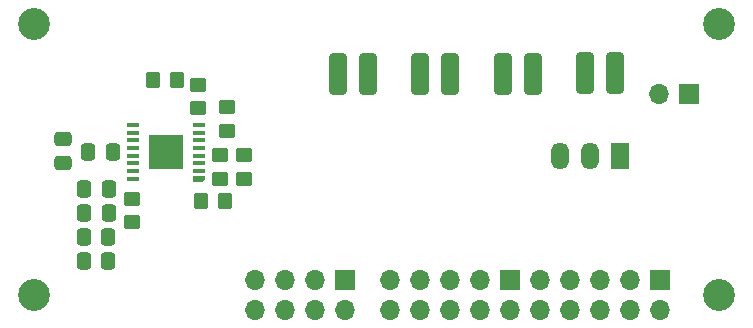
<source format=gbr>
%TF.GenerationSoftware,KiCad,Pcbnew,6.0.10-86aedd382b~118~ubuntu20.04.1*%
%TF.CreationDate,2023-08-02T00:09:12+02:00*%
%TF.ProjectId,power_board,706f7765-725f-4626-9f61-72642e6b6963,rev?*%
%TF.SameCoordinates,Original*%
%TF.FileFunction,Soldermask,Top*%
%TF.FilePolarity,Negative*%
%FSLAX46Y46*%
G04 Gerber Fmt 4.6, Leading zero omitted, Abs format (unit mm)*
G04 Created by KiCad (PCBNEW 6.0.10-86aedd382b~118~ubuntu20.04.1) date 2023-08-02 00:09:12*
%MOMM*%
%LPD*%
G01*
G04 APERTURE LIST*
G04 Aperture macros list*
%AMRoundRect*
0 Rectangle with rounded corners*
0 $1 Rounding radius*
0 $2 $3 $4 $5 $6 $7 $8 $9 X,Y pos of 4 corners*
0 Add a 4 corners polygon primitive as box body*
4,1,4,$2,$3,$4,$5,$6,$7,$8,$9,$2,$3,0*
0 Add four circle primitives for the rounded corners*
1,1,$1+$1,$2,$3*
1,1,$1+$1,$4,$5*
1,1,$1+$1,$6,$7*
1,1,$1+$1,$8,$9*
0 Add four rect primitives between the rounded corners*
20,1,$1+$1,$2,$3,$4,$5,0*
20,1,$1+$1,$4,$5,$6,$7,0*
20,1,$1+$1,$6,$7,$8,$9,0*
20,1,$1+$1,$8,$9,$2,$3,0*%
%AMOutline5P*
0 Free polygon, 5 corners , with rotation*
0 The origin of the aperture is its center*
0 number of corners: always 5*
0 $1 to $10 corner X, Y*
0 $11 Rotation angle, in degrees counterclockwise*
0 create outline with 5 corners*
4,1,5,$1,$2,$3,$4,$5,$6,$7,$8,$9,$10,$1,$2,$11*%
%AMOutline6P*
0 Free polygon, 6 corners , with rotation*
0 The origin of the aperture is its center*
0 number of corners: always 6*
0 $1 to $12 corner X, Y*
0 $13 Rotation angle, in degrees counterclockwise*
0 create outline with 6 corners*
4,1,6,$1,$2,$3,$4,$5,$6,$7,$8,$9,$10,$11,$12,$1,$2,$13*%
%AMOutline7P*
0 Free polygon, 7 corners , with rotation*
0 The origin of the aperture is its center*
0 number of corners: always 7*
0 $1 to $14 corner X, Y*
0 $15 Rotation angle, in degrees counterclockwise*
0 create outline with 7 corners*
4,1,7,$1,$2,$3,$4,$5,$6,$7,$8,$9,$10,$11,$12,$13,$14,$1,$2,$15*%
%AMOutline8P*
0 Free polygon, 8 corners , with rotation*
0 The origin of the aperture is its center*
0 number of corners: always 8*
0 $1 to $16 corner X, Y*
0 $17 Rotation angle, in degrees counterclockwise*
0 create outline with 8 corners*
4,1,8,$1,$2,$3,$4,$5,$6,$7,$8,$9,$10,$11,$12,$13,$14,$15,$16,$1,$2,$17*%
G04 Aperture macros list end*
%ADD10RoundRect,0.250000X-0.475000X0.337500X-0.475000X-0.337500X0.475000X-0.337500X0.475000X0.337500X0*%
%ADD11C,2.700000*%
%ADD12RoundRect,0.250000X-0.350000X-0.450000X0.350000X-0.450000X0.350000X0.450000X-0.350000X0.450000X0*%
%ADD13RoundRect,0.381000X0.381000X-1.397000X0.381000X1.397000X-0.381000X1.397000X-0.381000X-1.397000X0*%
%ADD14RoundRect,0.250000X0.450000X-0.350000X0.450000X0.350000X-0.450000X0.350000X-0.450000X-0.350000X0*%
%ADD15RoundRect,0.250000X-0.337500X-0.475000X0.337500X-0.475000X0.337500X0.475000X-0.337500X0.475000X0*%
%ADD16RoundRect,0.250000X-0.450000X0.350000X-0.450000X-0.350000X0.450000X-0.350000X0.450000X0.350000X0*%
%ADD17R,3.000000X3.000000*%
%ADD18Outline5P,-0.525000X0.000000X-0.300000X0.225000X0.525000X0.225000X0.525000X-0.225000X-0.525000X-0.225000X180.000000*%
%ADD19R,1.050000X0.450000*%
%ADD20R,1.500000X2.300000*%
%ADD21O,1.500000X2.300000*%
%ADD22R,1.700000X1.700000*%
%ADD23O,1.700000X1.700000*%
%ADD24RoundRect,0.250000X0.350000X0.450000X-0.350000X0.450000X-0.350000X-0.450000X0.350000X-0.450000X0*%
G04 APERTURE END LIST*
D10*
%TO.C,C2*%
X125984000Y-93272700D03*
X125984000Y-95347700D03*
%TD*%
D11*
%TO.C,REF\u002A\u002A*%
X181500000Y-106500000D03*
%TD*%
D12*
%TO.C,R5*%
X137684000Y-98552000D03*
X139684000Y-98552000D03*
%TD*%
D13*
%TO.C,J5*%
X156230000Y-87778000D03*
X158770000Y-87778000D03*
%TD*%
D14*
%TO.C,R1*%
X139242800Y-96647800D03*
X139242800Y-94647800D03*
%TD*%
D15*
%TO.C,C8*%
X127740500Y-103632000D03*
X129815500Y-103632000D03*
%TD*%
D16*
%TO.C,R4*%
X141274800Y-94647800D03*
X141274800Y-96647800D03*
%TD*%
D13*
%TO.C,J4*%
X163230000Y-87778000D03*
X165770000Y-87778000D03*
%TD*%
%TO.C,J1*%
X170180000Y-87721500D03*
X172720000Y-87721500D03*
%TD*%
D16*
%TO.C,R2*%
X131826000Y-98314000D03*
X131826000Y-100314000D03*
%TD*%
D15*
%TO.C,C5*%
X127762000Y-97536000D03*
X129837000Y-97536000D03*
%TD*%
%TO.C,C7*%
X127740500Y-101600000D03*
X129815500Y-101600000D03*
%TD*%
D17*
%TO.C,U2*%
X134670800Y-94361800D03*
D18*
X137445800Y-96636800D03*
D19*
X137445800Y-95986800D03*
X137445800Y-95336800D03*
X137445800Y-94686800D03*
X137445800Y-94036800D03*
X137445800Y-93386800D03*
X137445800Y-92736800D03*
X137445800Y-92086800D03*
X131895800Y-92086800D03*
X131895800Y-92736800D03*
X131895800Y-93386800D03*
X131895800Y-94036800D03*
X131895800Y-94686800D03*
X131895800Y-95336800D03*
X131895800Y-95986800D03*
X131895800Y-96636800D03*
%TD*%
D20*
%TO.C,U1*%
X173151800Y-94691200D03*
D21*
X170611800Y-94691200D03*
X168071800Y-94691200D03*
%TD*%
D14*
%TO.C,R3*%
X139852400Y-92567000D03*
X139852400Y-90567000D03*
%TD*%
D15*
%TO.C,C1*%
X128100000Y-94335600D03*
X130175000Y-94335600D03*
%TD*%
D22*
%TO.C,J3*%
X149800000Y-105225000D03*
D23*
X149800000Y-107765000D03*
X147260000Y-105225000D03*
X147260000Y-107765000D03*
X144720000Y-105225000D03*
X144720000Y-107765000D03*
X142180000Y-105225000D03*
X142180000Y-107765000D03*
%TD*%
D15*
%TO.C,C6*%
X127762000Y-99530000D03*
X129837000Y-99530000D03*
%TD*%
D22*
%TO.C,J8*%
X178968400Y-89433400D03*
D23*
X176428400Y-89433400D03*
%TD*%
D11*
%TO.C,REF\u002A\u002A*%
X181500000Y-83500000D03*
%TD*%
%TO.C,REF\u002A\u002A*%
X123500000Y-106500000D03*
%TD*%
D14*
%TO.C,R6*%
X137414000Y-90662000D03*
X137414000Y-88662000D03*
%TD*%
D24*
%TO.C,R7*%
X135620000Y-88265000D03*
X133620000Y-88265000D03*
%TD*%
D13*
%TO.C,J6*%
X149230000Y-87778000D03*
X151770000Y-87778000D03*
%TD*%
D11*
%TO.C,REF\u002A\u002A*%
X123500000Y-83500000D03*
%TD*%
D22*
%TO.C,J7*%
X163850000Y-105210000D03*
D23*
X163850000Y-107750000D03*
X161310000Y-105210000D03*
X161310000Y-107750000D03*
X158770000Y-105210000D03*
X158770000Y-107750000D03*
X156230000Y-105210000D03*
X156230000Y-107750000D03*
X153690000Y-105210000D03*
X153690000Y-107750000D03*
%TD*%
D22*
%TO.C,J2*%
X176550000Y-105210000D03*
D23*
X176550000Y-107750000D03*
X174010000Y-105210000D03*
X174010000Y-107750000D03*
X171470000Y-105210000D03*
X171470000Y-107750000D03*
X168930000Y-105210000D03*
X168930000Y-107750000D03*
X166390000Y-105210000D03*
X166390000Y-107750000D03*
%TD*%
M02*

</source>
